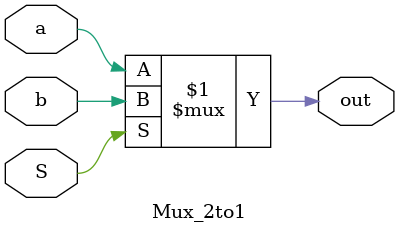
<source format=v>
module Logical_LShift(operandA, shiftamt, result);  //逻辑左移，低位补0
	input[31:0] operandA; //移位操作数
	input[4:0] shiftamt;  //移动位数
	output[31:0] result;  

	wire[31:0] L1_out;
	wire[31:0] L2_out;
	wire[31:0] L3_out;
	wire[31:0] L4_out;
	
	supply0 GND;
	genvar i;
	
	//MUX_Layer_1
	generate
		for(i = 31;i >= 0;i = i - 1) begin : generate_layer1
			if(i-1 >= 0)
				Mux_2to1 L1(operandA[i],operandA[i-1],shiftamt[0],L1_out[i]);
			else
				Mux_2to1 L1(operandA[i],GND,shiftamt[0],L1_out[i]);
		end
	endgenerate
	
	//MUX_Layer_2
	generate
		for(i = 31;i >= 0;i = i - 1) begin : generate_layer2
			if(i-2 >= 0)
				Mux_2to1 L2(L1_out[i],L1_out[i-2],shiftamt[1],L2_out[i]);
			else
				Mux_2to1 L2(L1_out[i],GND,shiftamt[1],L2_out[i]);
		end
	endgenerate
	
	//MUX_Layer_3
	generate
		for(i = 31;i >= 0;i = i - 1) begin : generate_layer3
			if(i-4 >= 0)
				Mux_2to1 L3(L2_out[i],L2_out[i-4],shiftamt[2],L3_out[i]);
			else
				Mux_2to1 L3(L2_out[i],GND,shiftamt[2],L3_out[i]);
		end
	endgenerate
	
	//MUX_Layer_4
	generate
		for(i = 31;i >= 0;i = i - 1) begin : generate_layer4
			if(i-8 >= 0)
				Mux_2to1 L4(L3_out[i],L3_out[i-8],shiftamt[3],L4_out[i]);
			else
				Mux_2to1 L4(L3_out[i],GND,shiftamt[3],L4_out[i]);
		end
	endgenerate
	
	//MUX_Layer_5
	generate
		for(i = 31;i >= 0;i = i - 1) begin : generate_layer5
			if(i-16 >= 0)
				Mux_2to1 L5(L4_out[i],L4_out[i-16],shiftamt[4],result[i]);
			else
				Mux_2to1 L5(L4_out[i],GND,shiftamt[4],result[i]);
		end
	endgenerate

	
endmodule

//SRA和SLL设计思路类似  但是循环是从下(0)往上(31)更新 引入wire sign = 最高位。
module Arithmetic_RShift(operandA, shiftamt, result); //算术右移，高位补符号位
	input[31:0] operandA; //移位操作数
	input[4:0] shiftamt;  //移动位数
	output[31:0] result;  

	wire[31:0] L1_out;
	wire[31:0] L2_out;
	wire[31:0] L3_out;
	wire[31:0] L4_out;
	
	wire sign;
	assign sign = operandA[31];
	
	genvar i;
	
	
	//MUX_Layer_1
	generate
		for(i = 0;i <= 31;i = i + 1) begin : generate_layer1
			if(30 - i >= 0)
				Mux_2to1 L1(operandA[i],operandA[i+1],shiftamt[0],L1_out[i]);
			else
				Mux_2to1 L1(operandA[i],sign,shiftamt[0],L1_out[i]);
		end
	endgenerate
	
	//MUX_Layer_2
	generate
		for(i = 0;i <= 31;i = i + 1) begin : generate_layer2
			if(29 - i >= 0)
				Mux_2to1 L2(L1_out[i],L1_out[i+2],shiftamt[1],L2_out[i]);
			else
				Mux_2to1 L2(L1_out[i],sign,shiftamt[1],L2_out[i]);
		end
	endgenerate
	
	//MUX_Layer_3
	generate
		for(i = 0;i <= 31;i = i + 1) begin : generate_layer3
			if(27 - i >= 0)
				Mux_2to1 L3(L2_out[i],L2_out[i+4],shiftamt[2],L3_out[i]);
			else
				Mux_2to1 L3(L2_out[i],sign,shiftamt[2],L3_out[i]);
		end
	endgenerate
	
	//MUX_Layer_4
	generate
		for(i = 0;i <= 31;i = i + 1) begin : generate_layer4
			if(23 - i >= 0)
				Mux_2to1 L4(L3_out[i],L3_out[i+8],shiftamt[3],L4_out[i]);
			else
				Mux_2to1 L4(L3_out[i],sign,shiftamt[3],L4_out[i]);
		end
	endgenerate
	
	//MUX_Layer_5
	generate
		for(i = 0 ;i <= 31;i = i + 1) begin : generate_layer5
			if(15 - i >= 0)
				Mux_2to1 L5(L4_out[i],L4_out[i+16],shiftamt[4],result[i]);
			else
				Mux_2to1 L5(L4_out[i],sign,shiftamt[4],result[i]);
		end
	endgenerate

	
endmodule






module Mux_2to1(input a,b,S,output out);  //S==0,选择a; S==1,选择b。
	
	assign out = S ? b : a;
	
endmodule

</source>
